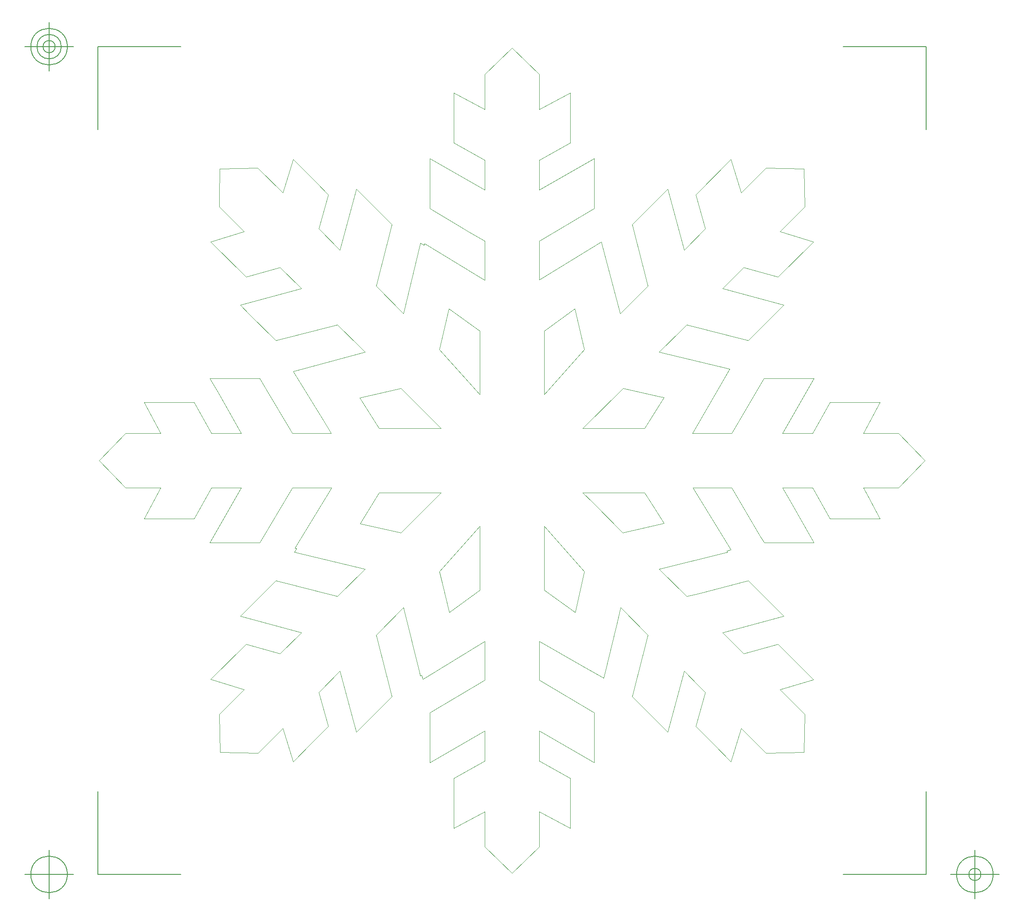
<source format=gbr>
G04 Generated by Ultiboard 14.1 *
%FSLAX24Y24*%
%MOIN*%

%ADD10C,0.0001*%
%ADD11C,0.0001*%
%ADD12C,0.0050*%


G04 ColorRGB 00FFFF for the following layer *
%LNBoard Outline*%
%LPD*%
G54D10*
G54D11*
X66664Y33322D02*
X66659Y33335D01*
X63032Y38030D02*
X58991Y38030D01*
X57712Y39957D02*
X53679Y39957D01*
X50500Y40035D02*
X50902Y40730D01*
X45203Y42094D01*
X47051Y43944D01*
X47422Y44315D01*
X52402Y43046D01*
X55251Y45895D01*
X50335Y47234D01*
X52044Y48940D01*
X54804Y48165D01*
X57658Y51017D01*
X54953Y51841D01*
X56953Y53843D01*
X56899Y56906D01*
X53836Y56960D01*
X51833Y54955D01*
X51007Y57658D01*
X48152Y54806D01*
X48930Y52052D01*
X47218Y50340D01*
X45885Y55262D01*
X43036Y52412D01*
X44307Y47432D01*
X42081Y45203D01*
X40531Y50992D01*
X36563Y48559D01*
X35530Y47929D01*
X35530Y51066D01*
X39955Y53692D01*
X39955Y57722D01*
X35530Y55187D01*
X35530Y57607D01*
X38027Y59004D01*
X38027Y63038D01*
X35530Y61712D01*
X35530Y64546D01*
X33330Y66667D01*
X31129Y64546D01*
X31129Y61712D01*
X28630Y63038D01*
X28630Y61884D01*
X28630Y59004D01*
X31129Y57607D01*
X31129Y55187D01*
X26707Y57722D01*
X26707Y53692D01*
X29816Y51846D01*
X31131Y51066D01*
X31131Y47916D01*
X26264Y50860D01*
X26231Y50739D01*
X25940Y50912D01*
X24576Y45213D01*
X24576Y45210D01*
X22352Y47435D01*
X23623Y52415D01*
X20771Y55264D01*
X19441Y50343D01*
X17729Y52055D01*
X18501Y54809D01*
X17552Y55761D01*
X15652Y57660D01*
X15258Y56381D01*
X14826Y54955D01*
X12815Y56960D01*
X9730Y56901D01*
X9717Y54585D01*
X9704Y53841D01*
X11706Y51838D01*
X9004Y51015D01*
X11855Y48163D01*
X14610Y48938D01*
X16321Y47231D01*
X11402Y45893D01*
X12113Y45182D01*
X14254Y43041D01*
X19238Y44310D01*
X21018Y42534D01*
X21461Y42086D01*
X15670Y40531D01*
X18136Y36524D01*
X13449Y39172D02*
X12980Y39960D01*
X8947Y39960D01*
X9658Y38722D01*
X7665Y38032D02*
X3635Y38032D01*
X0Y33337D02*
X2121Y31129D01*
X4955Y31129D01*
X3635Y28640D01*
X4208Y28640D01*
X7665Y28640D01*
X9065Y31129D01*
X11480Y31129D01*
X8947Y26712D01*
X12980Y26712D01*
X15603Y31129D01*
X18751Y31129D01*
X15804Y26274D01*
X15925Y26230D01*
X15758Y25943D01*
X21453Y24576D01*
X19238Y22354D01*
X14254Y23623D01*
X11405Y20777D01*
X16324Y19441D01*
X14612Y17732D01*
X11858Y18506D01*
X9006Y15652D01*
X11709Y14831D01*
X9706Y12826D01*
X9760Y9763D01*
X12810Y9706D01*
X12818Y9706D01*
X14828Y11711D01*
X15655Y9009D01*
X17078Y10437D01*
X18504Y11863D01*
X17732Y14617D01*
X19443Y16326D01*
X20512Y12375D01*
X20774Y11405D01*
X23626Y14267D01*
X22355Y19243D01*
X24581Y21472D01*
X25940Y15948D01*
X26043Y16007D01*
X26135Y15683D01*
X31129Y18740D01*
X31134Y18746D01*
X31134Y15605D01*
X26712Y12977D01*
X26712Y8947D01*
X31134Y11485D01*
X31134Y9062D01*
X28635Y7665D01*
X28635Y3629D01*
X31134Y4955D01*
X31134Y2123D01*
X33335Y0D01*
X35535Y2123D01*
X35535Y4955D01*
X38032Y3629D01*
X38032Y7665D01*
X35535Y9062D01*
X35535Y9868D01*
X35535Y11485D01*
X39805Y9037D01*
X39960Y8944D01*
X39960Y12975D01*
X35535Y15603D01*
X35535Y16300D01*
X35535Y18748D01*
X39121Y16681D01*
X40730Y15752D01*
X41818Y20305D01*
X42094Y21453D01*
X44312Y19235D01*
X43041Y14260D01*
X45890Y11397D01*
X47223Y16321D01*
X48366Y15181D01*
X48935Y14612D01*
X48158Y11858D01*
X49584Y10432D01*
X51012Y9003D01*
X51838Y11706D01*
X53841Y9701D01*
X56904Y9760D01*
X56958Y12820D01*
X54958Y14826D01*
X57663Y15647D01*
X56806Y16506D01*
X54809Y18501D01*
X52050Y17727D01*
X50340Y19435D01*
X55257Y20771D01*
X52407Y23618D01*
X48323Y22583D01*
X47427Y22352D01*
X45200Y24578D01*
X50721Y25940D01*
X50665Y26045D01*
X50992Y26133D01*
X47921Y31124D01*
X51061Y31124D01*
X53349Y27273D01*
X53684Y26707D01*
X57717Y26707D01*
X55725Y30179D01*
X55179Y31124D01*
X57601Y31124D01*
X58999Y28635D01*
X61015Y28635D01*
X63038Y28635D01*
X62100Y30390D01*
X61709Y31124D01*
X64543Y31124D01*
X66664Y33322D01*
X42279Y27495D02*
X39857Y29919D01*
X44868Y29432D02*
X45605Y28267D01*
X42279Y27495D01*
X38390Y45612D02*
X39162Y42289D01*
X42284Y39178D02*
X45242Y38511D01*
X45589Y38433D01*
X39172Y24370D02*
X38423Y21068D01*
X27474Y42297D02*
X28223Y45597D01*
X24357Y27487D02*
X21060Y28238D01*
X21044Y38400D02*
X24365Y39170D01*
X21163Y38212D02*
X21044Y38400D01*
X28254Y21057D02*
X27700Y23433D01*
X27482Y24380D01*
X35920Y28020D02*
X39172Y24370D01*
X35920Y22860D02*
X35920Y28020D01*
X30720Y28020D02*
X30720Y22860D01*
X35920Y38660D02*
X35920Y43800D01*
X30720Y43800D02*
X30720Y38655D01*
X27482Y24380D02*
X30720Y28020D01*
X30720Y22860D02*
X28254Y21057D01*
X38423Y21068D02*
X35920Y22860D01*
X35920Y43800D02*
X38390Y45612D01*
X39162Y42289D02*
X35920Y38660D01*
X30720Y38655D02*
X27474Y42297D01*
X28223Y45597D02*
X30720Y43800D01*
X2121Y35540D02*
X0Y33337D01*
X4955Y35540D02*
X2121Y35540D01*
X3635Y38032D02*
X4955Y35540D01*
X9065Y35540D02*
X7665Y38032D01*
X11480Y35540D02*
X9065Y35540D01*
X9658Y38722D02*
X11480Y35540D01*
X15603Y35538D02*
X13449Y39172D01*
X16645Y35538D02*
X15603Y35538D01*
X18738Y35538D02*
X16645Y35538D01*
X18136Y36524D02*
X18738Y35538D01*
X51053Y35538D02*
X47905Y35538D01*
X50500Y40035D01*
X53679Y39957D02*
X51053Y35538D01*
X57596Y35538D02*
X55174Y35538D01*
X57712Y39957D01*
X58991Y38030D02*
X57596Y35538D01*
X64538Y35538D02*
X61704Y35538D01*
X63032Y38030D01*
X66659Y33335D02*
X64538Y35538D01*
X21060Y28238D02*
X22610Y30730D01*
X27600Y30730D02*
X24357Y27487D01*
X22610Y30730D02*
X27600Y30730D01*
X22610Y35930D02*
X21163Y38212D01*
X27600Y35930D02*
X22610Y35930D01*
X24365Y39170D02*
X27600Y35930D01*
X39040Y35930D02*
X42284Y39178D01*
X44050Y35930D02*
X39040Y35930D01*
X45589Y38433D02*
X44050Y35930D01*
X44050Y30730D02*
X44868Y29432D01*
X39040Y30730D02*
X44050Y30730D01*
X39857Y29919D02*
X39040Y30730D01*
G54D12*
X-100Y-100D02*
X-100Y6587D01*
X-100Y-100D02*
X6586Y-100D01*
X66764Y-100D02*
X60078Y-100D01*
X66764Y-100D02*
X66764Y6587D01*
X66764Y66767D02*
X66764Y60080D01*
X66764Y66767D02*
X60078Y66767D01*
X-100Y66767D02*
X6586Y66767D01*
X-100Y66767D02*
X-100Y60080D01*
X-2069Y-100D02*
X-6006Y-100D01*
X-4037Y-2069D02*
X-4037Y1869D01*
X-5513Y-100D02*
G75*
D01*
G02X-5513Y-100I1476J0*
G01*
X68733Y-100D02*
X72670Y-100D01*
X70701Y-2069D02*
X70701Y1869D01*
X69225Y-100D02*
G75*
D01*
G02X69225Y-100I1476J0*
G01*
X70209Y-100D02*
G75*
D01*
G02X70209Y-100I492J0*
G01*
X-2069Y66767D02*
X-6006Y66767D01*
X-4037Y64798D02*
X-4037Y68735D01*
X-5513Y66767D02*
G75*
D01*
G02X-5513Y66767I1476J0*
G01*
X-5021Y66767D02*
G75*
D01*
G02X-5021Y66767I984J0*
G01*
X-4529Y66767D02*
G75*
D01*
G02X-4529Y66767I492J0*
G01*

M02*

</source>
